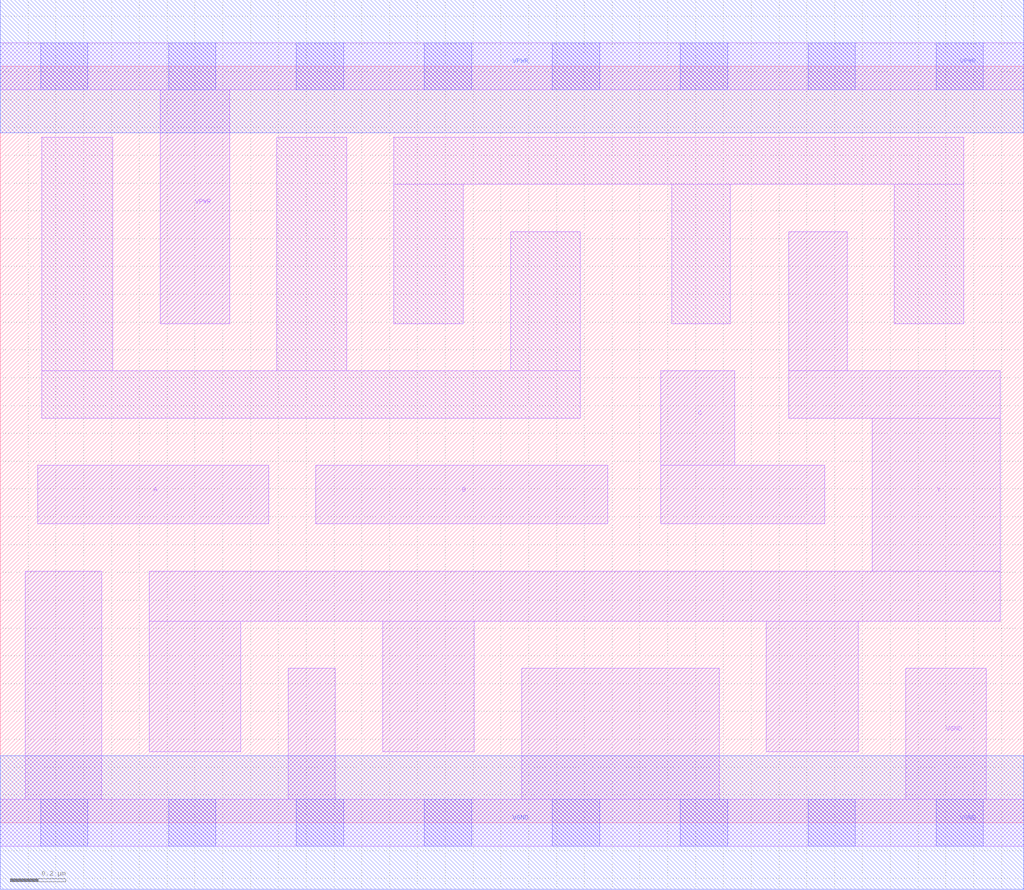
<source format=lef>
# Copyright 2020 The SkyWater PDK Authors
#
# Licensed under the Apache License, Version 2.0 (the "License");
# you may not use this file except in compliance with the License.
# You may obtain a copy of the License at
#
#     https://www.apache.org/licenses/LICENSE-2.0
#
# Unless required by applicable law or agreed to in writing, software
# distributed under the License is distributed on an "AS IS" BASIS,
# WITHOUT WARRANTIES OR CONDITIONS OF ANY KIND, either express or implied.
# See the License for the specific language governing permissions and
# limitations under the License.
#
# SPDX-License-Identifier: Apache-2.0

VERSION 5.7 ;
  NAMESCASESENSITIVE ON ;
  NOWIREEXTENSIONATPIN ON ;
  DIVIDERCHAR "/" ;
  BUSBITCHARS "[]" ;
UNITS
  DATABASE MICRONS 200 ;
END UNITS
MACRO sky130_fd_sc_hd__nor3_2
  CLASS CORE ;
  SOURCE USER ;
  FOREIGN sky130_fd_sc_hd__nor3_2 ;
  ORIGIN  0.000000  0.000000 ;
  SIZE  3.680000 BY  2.720000 ;
  SYMMETRY X Y R90 ;
  SITE unithd ;
  PIN A
    ANTENNAGATEAREA  0.495000 ;
    DIRECTION INPUT ;
    USE SIGNAL ;
    PORT
      LAYER li1 ;
        RECT 0.135000 1.075000 0.965000 1.285000 ;
    END
  END A
  PIN B
    ANTENNAGATEAREA  0.495000 ;
    DIRECTION INPUT ;
    USE SIGNAL ;
    PORT
      LAYER li1 ;
        RECT 1.135000 1.075000 2.185000 1.285000 ;
    END
  END B
  PIN C
    ANTENNAGATEAREA  0.495000 ;
    DIRECTION INPUT ;
    USE SIGNAL ;
    PORT
      LAYER li1 ;
        RECT 2.375000 1.075000 2.965000 1.285000 ;
        RECT 2.375000 1.285000 2.640000 1.625000 ;
    END
  END C
  PIN Y
    ANTENNADIFFAREA  0.796500 ;
    DIRECTION OUTPUT ;
    USE SIGNAL ;
    PORT
      LAYER li1 ;
        RECT 0.535000 0.255000 0.865000 0.725000 ;
        RECT 0.535000 0.725000 3.595000 0.905000 ;
        RECT 1.375000 0.255000 1.705000 0.725000 ;
        RECT 2.755000 0.255000 3.085000 0.725000 ;
        RECT 2.835000 1.455000 3.595000 1.625000 ;
        RECT 2.835000 1.625000 3.045000 2.125000 ;
        RECT 3.135000 0.905000 3.595000 1.455000 ;
    END
  END Y
  PIN VGND
    DIRECTION INOUT ;
    SHAPE ABUTMENT ;
    USE GROUND ;
    PORT
      LAYER li1 ;
        RECT 0.000000 -0.085000 3.680000 0.085000 ;
        RECT 0.090000  0.085000 0.365000 0.905000 ;
        RECT 1.035000  0.085000 1.205000 0.555000 ;
        RECT 1.875000  0.085000 2.585000 0.555000 ;
        RECT 3.255000  0.085000 3.545000 0.555000 ;
      LAYER mcon ;
        RECT 0.145000 -0.085000 0.315000 0.085000 ;
        RECT 0.605000 -0.085000 0.775000 0.085000 ;
        RECT 1.065000 -0.085000 1.235000 0.085000 ;
        RECT 1.525000 -0.085000 1.695000 0.085000 ;
        RECT 1.985000 -0.085000 2.155000 0.085000 ;
        RECT 2.445000 -0.085000 2.615000 0.085000 ;
        RECT 2.905000 -0.085000 3.075000 0.085000 ;
        RECT 3.365000 -0.085000 3.535000 0.085000 ;
      LAYER met1 ;
        RECT 0.000000 -0.240000 3.680000 0.240000 ;
    END
  END VGND
  PIN VPWR
    DIRECTION INOUT ;
    SHAPE ABUTMENT ;
    USE POWER ;
    PORT
      LAYER li1 ;
        RECT 0.000000 2.635000 3.680000 2.805000 ;
        RECT 0.575000 1.795000 0.825000 2.635000 ;
      LAYER mcon ;
        RECT 0.145000 2.635000 0.315000 2.805000 ;
        RECT 0.605000 2.635000 0.775000 2.805000 ;
        RECT 1.065000 2.635000 1.235000 2.805000 ;
        RECT 1.525000 2.635000 1.695000 2.805000 ;
        RECT 1.985000 2.635000 2.155000 2.805000 ;
        RECT 2.445000 2.635000 2.615000 2.805000 ;
        RECT 2.905000 2.635000 3.075000 2.805000 ;
        RECT 3.365000 2.635000 3.535000 2.805000 ;
      LAYER met1 ;
        RECT 0.000000 2.480000 3.680000 2.960000 ;
    END
  END VPWR
  OBS
    LAYER li1 ;
      RECT 0.150000 1.455000 2.085000 1.625000 ;
      RECT 0.150000 1.625000 0.405000 2.465000 ;
      RECT 0.995000 1.625000 1.245000 2.465000 ;
      RECT 1.415000 1.795000 1.665000 2.295000 ;
      RECT 1.415000 2.295000 3.465000 2.465000 ;
      RECT 1.835000 1.625000 2.085000 2.125000 ;
      RECT 2.415000 1.795000 2.625000 2.295000 ;
      RECT 3.215000 1.795000 3.465000 2.295000 ;
  END
END sky130_fd_sc_hd__nor3_2
END LIBRARY

</source>
